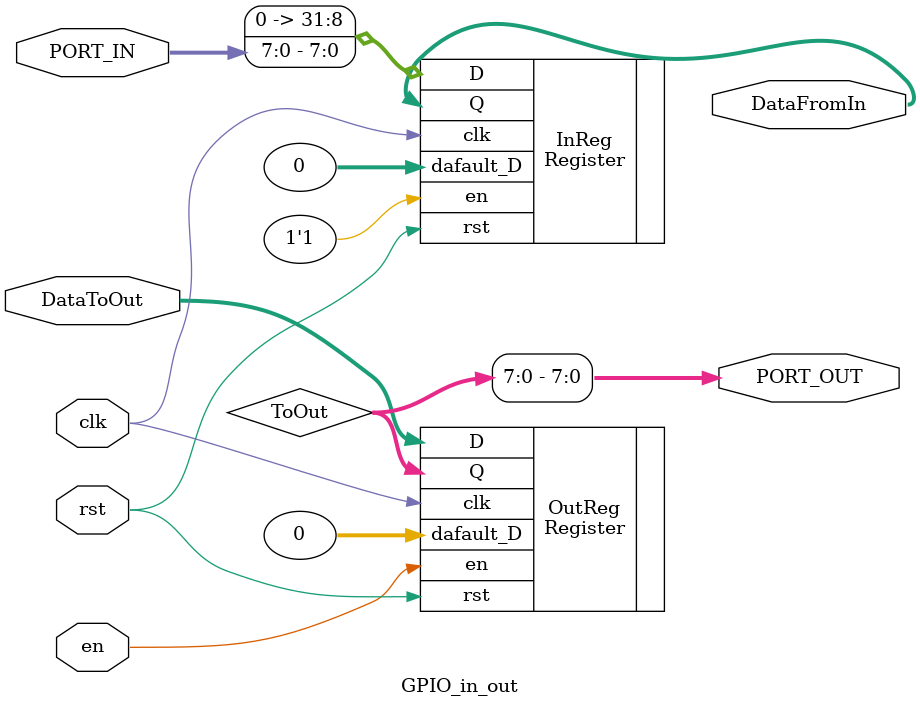
<source format=v>
module GPIO_in_out(
	input clk,
	input rst,
	input en,
	input [31:0]DataToOut,
	input [7:0]PORT_IN,
	output [7:0]PORT_OUT,
	output [31:0]DataFromIn
);
wire [31:0]ToOut;
assign PORT_OUT = ToOut[7:0];
Register #(.DATA_WIDTH(32)) InReg(
.D({{24{1'b0}},PORT_IN}),
.dafault_D(32'h0000_0000),
.rst(rst),
.en(1'b1),
.clk(clk),
.Q(DataFromIn)
);

Register #(.DATA_WIDTH(32)) OutReg(
.D(DataToOut),
.dafault_D(32'h0000_0000),
.rst(rst),
.en(en),
.clk(clk),
.Q(ToOut)
);

endmodule
</source>
